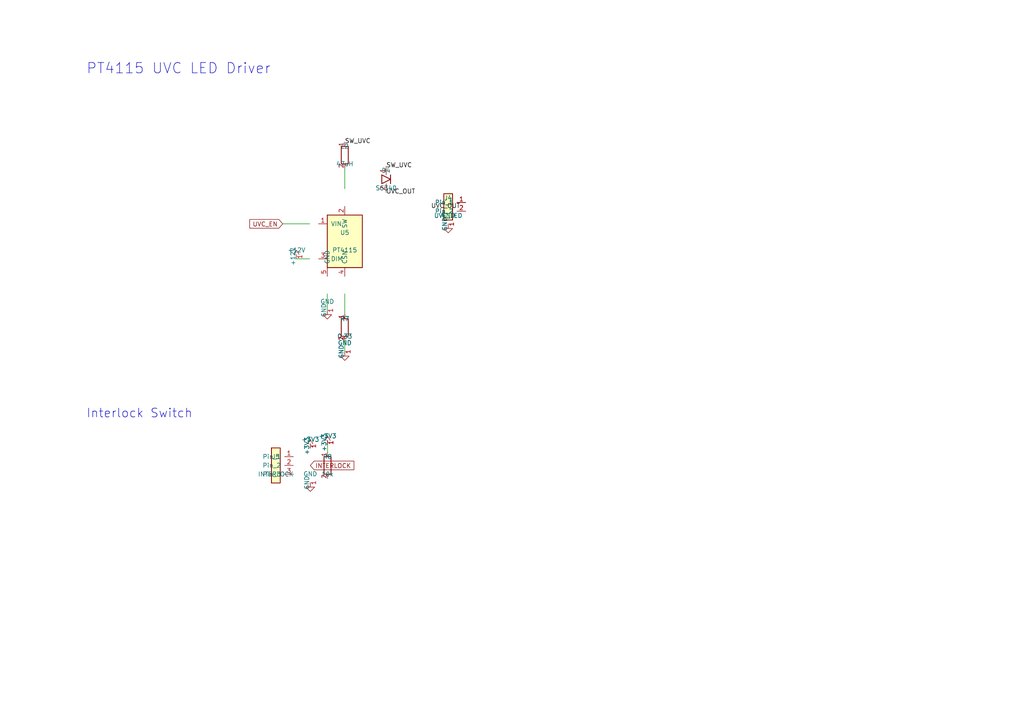
<source format=kicad_sch>
(kicad_sch (version 20231120) (generator "petfilter_schgen") (generator_version "1.0")
  (paper "A4")
  (title_block (title "PetFilter - UVC LED Driver") (date "2026-02-15") (rev "0.1") (company "PetFilter"))
  (lib_symbols
    (symbol "power:+12V" (power) (pin_names (offset 0)) (in_bom no) (on_board no)
      (property "Value" "+12V" (at 0 3.81 0))
      (symbol "+12V_0_1"
        (polyline (pts (xy -0.762 1.27) (xy 0 2.54) (xy 0.762 1.27)))
      )
      (symbol "+12V_1_1"
        (pin power_in line (at 0 0 90) (length 1.27) (name "+12V") (number "1"))
      )
    )
    (symbol "power:+3V3" (power) (pin_names (offset 0)) (in_bom no) (on_board no)
      (property "Value" "+3V3" (at 0 3.81 0))
      (symbol "+3V3_0_1"
        (polyline (pts (xy -0.762 1.27) (xy 0 2.54) (xy 0.762 1.27)))
      )
      (symbol "+3V3_1_1"
        (pin power_in line (at 0 0 90) (length 1.27) (name "+3V3") (number "1"))
      )
    )
    (symbol "power:GND" (power) (pin_names (offset 0)) (in_bom no) (on_board no)
      (property "Value" "GND" (at 0 -3.81 0))
      (symbol "GND_0_1"
        (polyline (pts (xy 0 0) (xy 0 -1.27) (xy 1.27 -1.27) (xy 0 -2.54) (xy -1.27 -1.27) (xy 0 -1.27)))
      )
      (symbol "GND_1_1"
        (pin power_in line (at 0 0 270) (length 0.00) (name "GND") (number "1"))
      )
    )
    (symbol "Device:R" (pin_names (offset 0) hide)
      (property "Reference" "R" (at 2.54 0 90))
      (property "Value" "R" (at -2.54 0 90))
      (symbol "R_0_1"
        (rectangle (start -1.016 2.54) (end 1.016 -2.54) (stroke (width 0.254)))
      )
      (symbol "R_1_1"
        (pin passive line (at 0 3.81 270) (length 1.27) (name "~") (number "1"))
        (pin passive line (at 0 -3.81 90) (length 1.27) (name "~") (number "2"))
      )
    )
    (symbol "Device:C" (pin_names (offset 0) hide)
      (property "Reference" "C" (at 2.54 0 90))
      (property "Value" "C" (at -2.54 0 90))
      (symbol "C_0_1"
        (rectangle (start -1.016 2.54) (end 1.016 -2.54) (stroke (width 0.254)))
      )
      (symbol "C_1_1"
        (pin passive line (at 0 3.81 270) (length 1.27) (name "~") (number "1"))
        (pin passive line (at 0 -3.81 90) (length 1.27) (name "~") (number "2"))
      )
    )
    (symbol "Device:L" (pin_names (offset 0) hide)
      (property "Reference" "L" (at 2.54 0 90))
      (property "Value" "L" (at -2.54 0 90))
      (symbol "L_0_1"
        (rectangle (start -1.016 2.54) (end 1.016 -2.54) (stroke (width 0.254)))
      )
      (symbol "L_1_1"
        (pin passive line (at 0 3.81 270) (length 1.27) (name "~") (number "1"))
        (pin passive line (at 0 -3.81 90) (length 1.27) (name "~") (number "2"))
      )
    )
    (symbol "Device:D_Schottky" (pin_names (offset 0) hide)
      (property "Reference" "D" (at 2.54 0 90))
      (property "Value" "D_Schottky" (at -2.54 0 90))
      (symbol "D_Schottky_0_1"
        (polyline (pts (xy -1.27 1.27) (xy -1.27 -1.27) (xy 1.27 0) (xy -1.27 1.27)) (stroke (width 0.254)))
        (polyline (pts (xy 1.27 1.27) (xy 1.27 -1.27)) (stroke (width 0.254)))
      )
      (symbol "D_Schottky_1_1"
        (pin passive line (at 0 3.81 270) (length 2.54) (name "A") (number "1"))
        (pin passive line (at 0 -3.81 90) (length 2.54) (name "K") (number "2"))
      )
    )
    (symbol "petfilter:PT4115" (pin_names (offset 1.016))
      (property "Reference" "U" (at 0 10.16 0))
      (property "Value" "PT4115" (at 0 -10.16 0))
      (symbol "PT4115_0_1"
        (rectangle (start -5.08 7.62) (end 5.08 -7.62) (stroke (width 0.254)) (fill (type background)))
      )
      (symbol "PT4115_1_1"
        (pin power_in line (at -7.62 5.08 0) (length 2.54) (name "VIN") (number "1"))
        (pin output line (at 0.00 10.16 270) (length 2.54) (name "SW") (number "2"))
        (pin input line (at -7.62 -5.08 0) (length 2.54) (name "DIM") (number "3"))
        (pin input line (at 0.00 -10.16 90) (length 2.54) (name "CSN") (number "4"))
        (pin power_in line (at -5.08 -10.16 90) (length 2.54) (name "GND") (number "5"))
      )
    )
    (symbol "Connector_Generic:Conn_01x02_Pin" (pin_names (offset 1.016))
      (property "Reference" "J" (at 0 6.35 0))
      (property "Value" "Conn_01x02" (at 0 -6.35 0))
      (symbol "Conn_01x02_Pin_0_1"
        (rectangle (start -1.27 3.81) (end 1.27 -3.81) (stroke (width 0.254)) (fill (type background)))
      )
      (symbol "Conn_01x02_Pin_1_1"
        (pin passive line (at 5.08 1.27 180) (length 2.54) (name "Pin_1") (number "1"))
        (pin passive line (at 5.08 -1.27 180) (length 2.54) (name "Pin_2") (number "2"))
      )
    )
    (symbol "Connector_Generic:Conn_01x03_Pin" (pin_names (offset 1.016))
      (property "Reference" "J" (at 0 7.62 0))
      (property "Value" "Conn_01x03" (at 0 -7.62 0))
      (symbol "Conn_01x03_Pin_0_1"
        (rectangle (start -1.27 5.08) (end 1.27 -5.08) (stroke (width 0.254)) (fill (type background)))
      )
      (symbol "Conn_01x03_Pin_1_1"
        (pin passive line (at 5.08 2.54 180) (length 2.54) (name "Pin_1") (number "1"))
        (pin passive line (at 5.08 0.00 180) (length 2.54) (name "Pin_2") (number "2"))
        (pin passive line (at 5.08 -2.54 180) (length 2.54) (name "Pin_3") (number "3"))
      )
    )
  )
  (text "PT4115 UVC LED Driver" (at 25.00 20.00 0) (effects (font (size 3.00 3.00)) (justify left)))
  (symbol (lib_id "petfilter:PT4115") (at 100.00 70.00 0) (unit 1)
    (property "Reference" "U5" (at 100.00 67.46 0))
    (property "Value" "PT4115" (at 100.00 72.54 0))
    (property "Footprint" "Package_SO:SOIC-8_3.9x4.9mm_P1.27mm" (effects hide))
  )
  (symbol (lib_id "power:+12V") (at 86.00 75.08 0) (unit 1) (in_bom no) (on_board no)
    (property "Reference" "#PWR001" (effects hide))
    (property "Value" "+12V" (at 86.00 72.54 0))
  )
  (wire (pts (xy 89.84 75.08) (xy 86.00 75.08)))
  (symbol (lib_id "power:GND") (at 94.92 90.00 0) (unit 1) (in_bom no) (on_board no)
    (property "Reference" "#PWR002" (effects hide))
    (property "Value" "GND" (at 94.92 87.46 0))
  )
  (wire (pts (xy 94.92 85.24) (xy 94.92 90.00)))
  (symbol (lib_id "Device:L") (at 100.00 45.00 0) (unit 1)
    (property "Reference" "L2" (at 100.00 42.46 0))
    (property "Value" "47uH" (at 100.00 47.54 0))
    (property "Footprint" "Inductor_SMD:L_Bourns_SRN6045" (effects hide))
  )
  (wire (pts (xy 100.00 54.76) (xy 100.00 48.81)))
  (label "SW_UVC" (at 100.00 41.19 0))
  (symbol (lib_id "Device:D_Schottky") (at 112.00 52.00 0) (unit 1)
    (property "Reference" "D4" (at 112.00 49.46 0))
    (property "Value" "SS340" (at 112.00 54.54 0))
    (property "Footprint" "Diode_SMD:D_SMA" (effects hide))
  )
  (label "SW_UVC" (at 112.00 48.19 0))
  (label "UVC_OUT" (at 112.00 55.81 0))
  (symbol (lib_id "Device:R") (at 100.00 95.00 0) (unit 1)
    (property "Reference" "R7" (at 100.00 92.46 0))
    (property "Value" "0.33" (at 100.00 97.54 0))
    (property "Footprint" "Resistor_SMD:R_2512_6332Metric" (effects hide))
  )
  (wire (pts (xy 100.00 85.24) (xy 100.00 91.19)))
  (symbol (lib_id "power:GND") (at 100.00 102.00 0) (unit 1) (in_bom no) (on_board no)
    (property "Reference" "#PWR003" (effects hide))
    (property "Value" "GND" (at 100.00 99.46 0))
  )
  (wire (pts (xy 100.00 98.81) (xy 100.00 102.00)))
  (global_label "UVC_EN" (shape input) (at 82.00 64.92 180))
  (wire (pts (xy 89.84 64.92) (xy 82.00 64.92)))
  (symbol (lib_id "Connector_Generic:Conn_01x02_Pin") (at 130.00 60.00 0) (unit 1)
    (property "Reference" "J4" (at 130.00 57.46 0))
    (property "Value" "UVC_LED" (at 130.00 62.54 0))
    (property "Footprint" "Connector_Molex:Molex_Micro-Fit_3.0_43045-0200" (effects hide))
  )
  (label "UVC_OUT" (at 125.00 60.00 0))
  (symbol (lib_id "power:GND") (at 130.00 65.00 0) (unit 1) (in_bom no) (on_board no)
    (property "Reference" "#PWR004" (effects hide))
    (property "Value" "GND" (at 130.00 62.46 0))
  )
  (text "Interlock Switch" (at 25.00 120.00 0) (effects (font (size 2.54 2.54)) (justify left)))
  (symbol (lib_id "Connector_Generic:Conn_01x03_Pin") (at 80.00 135.00 0) (unit 1)
    (property "Reference" "J5" (at 80.00 132.46 0))
    (property "Value" "INTERLOCK" (at 80.00 137.54 0))
    (property "Footprint" "Connector_PinHeader_2.54mm:PinHeader_1x03_P2.54mm_Vertical" (effects hide))
  )
  (symbol (lib_id "power:+3V3") (at 90.00 130.00 0) (unit 1) (in_bom no) (on_board no)
    (property "Reference" "#PWR005" (effects hide))
    (property "Value" "+3V3" (at 90.00 127.46 0))
  )
  (global_label "INTERLOCK" (shape input) (at 90.00 135.00 0))
  (symbol (lib_id "power:GND") (at 90.00 140.00 0) (unit 1) (in_bom no) (on_board no)
    (property "Reference" "#PWR006" (effects hide))
    (property "Value" "GND" (at 90.00 137.46 0))
  )
  (symbol (lib_id "Device:R") (at 95.00 135.00 0) (unit 1)
    (property "Reference" "R8" (at 95.00 132.46 0))
    (property "Value" "10k" (at 95.00 137.54 0))
    (property "Footprint" "Resistor_SMD:R_0603_1608Metric" (effects hide))
  )
  (symbol (lib_id "power:+3V3") (at 95.00 129.00 0) (unit 1) (in_bom no) (on_board no)
    (property "Reference" "#PWR007" (effects hide))
    (property "Value" "+3V3" (at 95.00 126.46 0))
  )
  (wire (pts (xy 95.00 129.00) (xy 95.00 131.19)))
)
</source>
